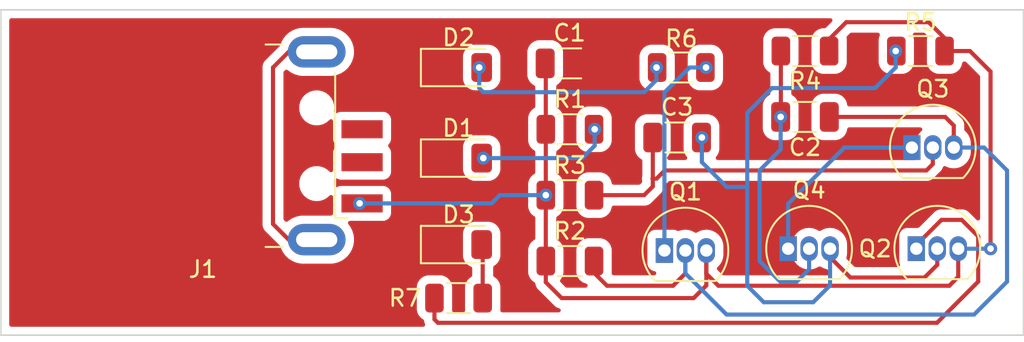
<source format=kicad_pcb>
(kicad_pcb (version 20211014) (generator pcbnew)
  (layers (0 "F.Cu" signal) (31 "B.Cu" signal) (34 "B.Paste" user) (35 "F.Paste" user) (36 "B.SilkS" user "B.Silkscreen") (37 "F.SilkS" user "F.Silkscreen") (38 "B.Mask" user) (39 "F.Mask" user) (44 "Edge.Cuts" user))
  (net 0 "")
  (net 1 "Net-(C1-Pad1)")
  (net 2 "GND")
  (net 3 "Net-(C2-Pad1)")
  (net 4 "Net-(C2-Pad2)")
  (net 5 "Net-(C3-Pad1)")
  (net 6 "Net-(C3-Pad2)")
  (net 7 "Net-(D1-Pad2)")
  (net 8 "Net-(D2-Pad2)")
  (net 9 "Net-(D3-Pad2)")
  (net 12 "unconnected-(J1-Pad5)")
  (net 13 "Net-(Q1-Pad1)")
  (net 14 "Net-(Q2-Pad1)")
  (footprint "Resistor_SMD:R_1206_3216Metric" (layer "F.Cu") (at 206.25 104 180)
    (fp_text reference "R6" (at 0 1.75) (layer "F.SilkS"))
    (fp_text value "1k")
    (fp_line (start -0.727064 -0.91) (end 0.727064 -0.91) (layer "F.SilkS") (width 0.12))
    (fp_line (start -0.727064 0.91) (end 0.727064 0.91) (layer "F.SilkS") (width 0.12))
    (pad "1" smd roundrect (at -1.4625 0 180) (size 1.125 1.75) (layers "F.Cu" "F.Paste" "F.Mask") (roundrect_rratio 0.2222222222) (net 13 "Net-(Q1-Pad1)"))
    (pad "2" smd roundrect (at 1.4625 0 180) (size 1.125 1.75) (layers "F.Cu" "F.Paste" "F.Mask") (roundrect_rratio 0.2222222222) (net 8 "Net-(D2-Pad2)"))
  )
  (footprint "Resistor_SMD:R_1206_3216Metric" (layer "F.Cu") (at 199.5 115.75)
    (fp_text reference "R2" (at 0 -1.82) (layer "F.SilkS"))
    (fp_text value "10k")
    (fp_line (start -0.727064 -0.91) (end 0.727064 -0.91) (layer "F.SilkS") (width 0.12))
    (fp_line (start -0.727064 0.91) (end 0.727064 0.91) (layer "F.SilkS") (width 0.12))
    (pad "1" smd roundrect (at -1.4625 0) (size 1.125 1.75) (layers "F.Cu" "F.Paste" "F.Mask") (roundrect_rratio 0.2222222222) (net 1 "Net-(C1-Pad1)"))
    (pad "2" smd roundrect (at 1.4625 0) (size 1.125 1.75) (layers "F.Cu" "F.Paste" "F.Mask") (roundrect_rratio 0.2222222222) (net 3 "Net-(C2-Pad1)"))
  )
  (footprint "Resistor_SMD:R_1206_3216Metric" (layer "F.Cu") (at 220.75 103 180)
    (fp_text reference "R5" (at 0 1.75) (layer "F.SilkS"))
    (fp_text value "10k")
    (fp_line (start -0.727064 -0.91) (end 0.727064 -0.91) (layer "F.SilkS") (width 0.12))
    (fp_line (start -0.727064 0.91) (end 0.727064 0.91) (layer "F.SilkS") (width 0.12))
    (pad "1" smd roundrect (at -1.4625 0 180) (size 1.125 1.75) (layers "F.Cu" "F.Paste" "F.Mask") (roundrect_rratio 0.2222222222) (net 1 "Net-(C1-Pad1)"))
    (pad "2" smd roundrect (at 1.4625 0 180) (size 1.125 1.75) (layers "F.Cu" "F.Paste" "F.Mask") (roundrect_rratio 0.2222222222) (net 6 "Net-(C3-Pad2)"))
  )
  (footprint "Resistor_SMD:R_1206_3216Metric" (layer "F.Cu") (at 213.75 103 180)
    (fp_text reference "R4" (at 0 -1.82) (layer "F.SilkS"))
    (fp_text value "100k")
    (fp_line (start -0.727064 -0.91) (end 0.727064 -0.91) (layer "F.SilkS") (width 0.12))
    (fp_line (start -0.727064 0.91) (end 0.727064 0.91) (layer "F.SilkS") (width 0.12))
    (pad "1" smd roundrect (at -1.4625 0 180) (size 1.125 1.75) (layers "F.Cu" "F.Paste" "F.Mask") (roundrect_rratio 0.2222222222) (net 1 "Net-(C1-Pad1)"))
    (pad "2" smd roundrect (at 1.4625 0 180) (size 1.125 1.75) (layers "F.Cu" "F.Paste" "F.Mask") (roundrect_rratio 0.2222222222) (net 4 "Net-(C2-Pad2)"))
  )
  (footprint "Resistor_SMD:R_1206_3216Metric" (layer "F.Cu") (at 192.75 118)
    (fp_text reference "R7" (at -3.25 0) (layer "F.SilkS"))
    (fp_text value "1k")
    (fp_line (start -0.727064 -0.91) (end 0.727064 -0.91) (layer "F.SilkS") (width 0.12))
    (fp_line (start -0.727064 0.91) (end 0.727064 0.91) (layer "F.SilkS") (width 0.12))
    (pad "1" smd roundrect (at -1.4625 0) (size 1.125 1.75) (layers "F.Cu" "F.Paste" "F.Mask") (roundrect_rratio 0.2222222222) (net 14 "Net-(Q2-Pad1)"))
    (pad "2" smd roundrect (at 1.4625 0) (size 1.125 1.75) (layers "F.Cu" "F.Paste" "F.Mask") (roundrect_rratio 0.2222222222) (net 9 "Net-(D3-Pad2)"))
  )
  (footprint "LED_SMD:LED_1206_3216Metric" (layer "F.Cu") (at 192.75 109.5)
    (fp_text reference "D1" (at 0 -1.82) (layer "F.SilkS"))
    (fp_text value "LED")
    (fp_line (start 1.6 -1.135) (end -2.285 -1.135) (layer "F.SilkS") (width 0.12))
    (fp_line (start -2.285 -1.135) (end -2.285 1.135) (layer "F.SilkS") (width 0.12))
    (fp_line (start -2.285 1.135) (end 1.6 1.135) (layer "F.SilkS") (width 0.12))
    (pad "1" smd roundrect (at -1.4 0) (size 1.25 1.75) (layers "F.Cu" "F.Paste" "F.Mask") (roundrect_rratio 0.2) (net 2 "GND"))
    (pad "2" smd roundrect (at 1.4 0) (size 1.25 1.75) (layers "F.Cu" "F.Paste" "F.Mask") (roundrect_rratio 0.2) (net 7 "Net-(D1-Pad2)"))
  )
  (footprint "LED_SMD:LED_1206_3216Metric" (layer "F.Cu") (at 192.75 104)
    (fp_text reference "D2" (at 0 -1.82) (layer "F.SilkS"))
    (fp_text value "LED")
    (fp_line (start -2.285 1.135) (end 1.6 1.135) (layer "F.SilkS") (width 0.12))
    (fp_line (start 1.6 -1.135) (end -2.285 -1.135) (layer "F.SilkS") (width 0.12))
    (fp_line (start -2.285 -1.135) (end -2.285 1.135) (layer "F.SilkS") (width 0.12))
    (pad "1" smd roundrect (at -1.4 0) (size 1.25 1.75) (layers "F.Cu" "F.Paste" "F.Mask") (roundrect_rratio 0.2) (net 2 "GND"))
    (pad "2" smd roundrect (at 1.4 0) (size 1.25 1.75) (layers "F.Cu" "F.Paste" "F.Mask") (roundrect_rratio 0.2) (net 8 "Net-(D2-Pad2)"))
  )
  (footprint "Resistor_SMD:R_1206_3216Metric" (layer "F.Cu") (at 199.5 111.75)
    (fp_text reference "R3" (at 0 -1.82) (layer "F.SilkS"))
    (fp_text value "100k")
    (fp_line (start -0.727064 0.91) (end 0.727064 0.91) (layer "F.SilkS") (width 0.12))
    (fp_line (start -0.727064 -0.91) (end 0.727064 -0.91) (layer "F.SilkS") (width 0.12))
    (pad "1" smd roundrect (at -1.4625 0) (size 1.125 1.75) (layers "F.Cu" "F.Paste" "F.Mask") (roundrect_rratio 0.2222222222) (net 1 "Net-(C1-Pad1)"))
    (pad "2" smd roundrect (at 1.4625 0) (size 1.125 1.75) (layers "F.Cu" "F.Paste" "F.Mask") (roundrect_rratio 0.2222222222) (net 5 "Net-(C3-Pad1)"))
  )
  (footprint "LED_SMD:LED_1206_3216Metric" (layer "F.Cu") (at 192.75 114.75)
    (fp_text reference "D3" (at 0 -1.82) (layer "F.SilkS"))
    (fp_text value "LED")
    (fp_line (start -2.285 -1.135) (end -2.285 1.135) (layer "F.SilkS") (width 0.12))
    (fp_line (start -2.285 1.135) (end 1.6 1.135) (layer "F.SilkS") (width 0.12))
    (fp_line (start 1.6 -1.135) (end -2.285 -1.135) (layer "F.SilkS") (width 0.12))
    (pad "1" smd roundrect (at -1.4 0) (size 1.25 1.75) (layers "F.Cu" "F.Paste" "F.Mask") (roundrect_rratio 0.2) (net 2 "GND"))
    (pad "2" smd roundrect (at 1.4 0) (size 1.25 1.75) (layers "F.Cu" "F.Paste" "F.Mask") (roundrect_rratio 0.2) (net 9 "Net-(D3-Pad2)"))
  )
  (footprint "Connector_USB:USB_A_CNCTech_1001-011-01101_Horizontal" (layer "F.Cu") (at 177.25 108.75 180)
    (fp_text reference "J1" (at 0 -7.5) (layer "F.SilkS"))
    (fp_text value "USB_A")
    (fp_line (start -4.85 -6.145) (end -3.8 -6.145) (layer "F.SilkS") (width 0.12))
    (fp_line (start -8.02 -4.4) (end -8.775 -4.4) (layer "F.SilkS") (width 0.12))
    (fp_line (start -8.02 -4.4) (end -8.02 4.4) (layer "F.SilkS") (width 0.12))
    (fp_line (start -4.85 6.145) (end -3.8 6.145) (layer "F.SilkS") (width 0.12))
    (pad "" np_thru_hole circle (at -6.9 -2.3 180) (size 1.1 1.1) (drill 1.1) (layers *.Cu *.Mask))
    (pad "" np_thru_hole circle (at -6.9 2.3 180) (size 1.1 1.1) (drill 1.1) (layers *.Cu *.Mask))
    (pad "1" smd rect (at -9.65 -3.5 180) (size 2.5 1.1) (layers "F.Cu" "F.Paste" "F.Mask") (net 1 "Net-(C1-Pad1)"))
    (pad "2" smd rect (at -9.65 -1 180) (size 2.5 1.1) (layers "F.Cu" "F.Paste" "F.Mask"))
    (pad "3" smd rect (at -9.65 1 180) (size 2.5 1.1) (layers "F.Cu" "F.Paste" "F.Mask"))
    (pad "4" smd rect (at -9.65 3.5 180) (size 2.5 1.1) (layers "F.Cu" "F.Paste" "F.Mask") (net 2 "GND"))
    (pad "5" thru_hole oval (at -6.9 -5.7 180) (size 3.5 1.9) (drill oval 2.5 0.9) (layers *.Cu *.Mask) (net 12 "unconnected-(J1-Pad5)"))
    (pad "5" thru_hole oval (at -6.9 5.7 180) (size 3.5 1.9) (drill oval 2.5 0.9) (layers *.Cu *.Mask) (net 12 "unconnected-(J1-Pad5)"))
  )
  (footprint "Package_TO_SOT_THT:TO-92_Inline" (layer "F.Cu") (at 220.23 108.86)
    (fp_text reference "Q3" (at 1.27 -3.56) (layer "F.SilkS"))
    (fp_text value "2N3904")
    (fp_line (start -0.53 1.85) (end 3.07 1.85) (layer "F.SilkS") (width 0.12))
    (fp_arc (start -0.568478 1.838478) (mid -1.132087 -0.994977) (end 1.27 -2.6) (layer "F.SilkS") (width 0.12))
    (fp_arc (start 1.27 -2.6) (mid 3.672087 -0.994977) (end 3.108478 1.838478) (layer "F.SilkS") (width 0.12))
    (pad "1" thru_hole rect (at 0 0) (size 1.05 1.5) (drill 0.75) (layers *.Cu *.Mask) (net 2 "GND"))
    (pad "2" thru_hole oval (at 1.27 0) (size 1.05 1.5) (drill 0.75) (layers *.Cu *.Mask) (net 5 "Net-(C3-Pad1)"))
    (pad "3" thru_hole oval (at 2.54 0) (size 1.05 1.5) (drill 0.75) (layers *.Cu *.Mask) (net 3 "Net-(C2-Pad1)"))
  )
  (footprint "Resistor_SMD:R_1206_3216Metric" (layer "F.Cu") (at 199.5 107.75)
    (fp_text reference "R1" (at 0 -1.82) (layer "F.SilkS"))
    (fp_text value "1k")
    (fp_line (start -0.727064 0.91) (end 0.727064 0.91) (layer "F.SilkS") (width 0.12))
    (fp_line (start -0.727064 -0.91) (end 0.727064 -0.91) (layer "F.SilkS") (width 0.12))
    (pad "1" smd roundrect (at -1.4625 0) (size 1.125 1.75) (layers "F.Cu" "F.Paste" "F.Mask") (roundrect_rratio 0.2222222222) (net 1 "Net-(C1-Pad1)"))
    (pad "2" smd roundrect (at 1.4625 0) (size 1.125 1.75) (layers "F.Cu" "F.Paste" "F.Mask") (roundrect_rratio 0.2222222222) (net 7 "Net-(D1-Pad2)"))
  )
  (footprint "Package_TO_SOT_THT:TO-92_Inline" (layer "F.Cu") (at 205.23 115.11)
    (fp_text reference "Q1" (at 1.27 -3.56) (layer "F.SilkS"))
    (fp_text value "2N3904")
    (fp_line (start -0.53 1.85) (end 3.07 1.85) (layer "F.SilkS") (width 0.12))
    (fp_arc (start -0.568478 1.838478) (mid -1.132087 -0.994977) (end 1.27 -2.6) (layer "F.SilkS") (width 0.12))
    (fp_arc (start 1.27 -2.6) (mid 3.672087 -0.994977) (end 3.108478 1.838478) (layer "F.SilkS") (width 0.12))
    (pad "1" thru_hole rect (at 0 0) (size 1.05 1.5) (drill 0.75) (layers *.Cu *.Mask) (net 13 "Net-(Q1-Pad1)"))
    (pad "2" thru_hole oval (at 1.27 0) (size 1.05 1.5) (drill 0.75) (layers *.Cu *.Mask) (net 3 "Net-(C2-Pad1)"))
    (pad "3" thru_hole oval (at 2.54 0) (size 1.05 1.5) (drill 0.75) (layers *.Cu *.Mask) (net 1 "Net-(C1-Pad1)"))
  )
  (footprint "Capacitor_SMD:C_1206_3216Metric" (layer "F.Cu") (at 206 108.25)
    (fp_text reference "C3" (at 0 -1.85) (layer "F.SilkS"))
    (fp_text value "10uF")
    (fp_line (start -0.711252 -0.91) (end 0.711252 -0.91) (layer "F.SilkS") (width 0.12))
    (fp_line (start -0.711252 0.91) (end 0.711252 0.91) (layer "F.SilkS") (width 0.12))
    (pad "1" smd roundrect (at -1.475 0) (size 1.15 1.8) (layers "F.Cu" "F.Paste" "F.Mask") (roundrect_rratio 0.2173913043) (net 5 "Net-(C3-Pad1)"))
    (pad "2" smd roundrect (at 1.475 0) (size 1.15 1.8) (layers "F.Cu" "F.Paste" "F.Mask") (roundrect_rratio 0.2173913043) (net 6 "Net-(C3-Pad2)"))
  )
  (footprint "Package_TO_SOT_THT:TO-92_Inline" (layer "F.Cu") (at 220.5 115)
    (fp_text reference "Q2" (at -2.5 0) (layer "F.SilkS"))
    (fp_text value "2N3904")
    (fp_line (start -0.53 1.85) (end 3.07 1.85) (layer "F.SilkS") (width 0.12))
    (fp_arc (start -0.568478 1.838478) (mid -1.132087 -0.994977) (end 1.27 -2.6) (layer "F.SilkS") (width 0.12))
    (fp_arc (start 1.27 -2.6) (mid 3.672087 -0.994977) (end 3.108478 1.838478) (layer "F.SilkS") (width 0.12))
    (pad "1" thru_hole rect (at 0 0) (size 1.05 1.5) (drill 0.75) (layers *.Cu *.Mask) (net 14 "Net-(Q2-Pad1)"))
    (pad "2" thru_hole oval (at 1.27 0) (size 1.05 1.5) (drill 0.75) (layers *.Cu *.Mask) (net 6 "Net-(C3-Pad2)"))
    (pad "3" thru_hole oval (at 2.54 0) (size 1.05 1.5) (drill 0.75) (layers *.Cu *.Mask) (net 1 "Net-(C1-Pad1)"))
  )
  (footprint "Capacitor_SMD:C_1206_3216Metric" (layer "F.Cu") (at 213.75 107 180)
    (fp_text reference "C2" (at 0 -1.85) (layer "F.SilkS"))
    (fp_text value "10uF")
    (fp_line (start -0.711252 -0.91) (end 0.711252 -0.91) (layer "F.SilkS") (width 0.12))
    (fp_line (start -0.711252 0.91) (end 0.711252 0.91) (layer "F.SilkS") (width 0.12))
    (pad "1" smd roundrect (at -1.475 0 180) (size 1.15 1.8) (layers "F.Cu" "F.Paste" "F.Mask") (roundrect_rratio 0.2173913043) (net 3 "Net-(C2-Pad1)"))
    (pad "2" smd roundrect (at 1.475 0 180) (size 1.15 1.8) (layers "F.Cu" "F.Paste" "F.Mask") (roundrect_rratio 0.2173913043) (net 4 "Net-(C2-Pad2)"))
  )
  (footprint "Package_TO_SOT_THT:TO-92_Inline" (layer "F.Cu") (at 212.73 115)
    (fp_text reference "Q4" (at 1.27 -3.56) (layer "F.SilkS"))
    (fp_text value "2N3904")
    (fp_line (start -0.53 1.85) (end 3.07 1.85) (layer "F.SilkS") (width 0.12))
    (fp_arc (start -0.568478 1.838478) (mid -1.132087 -0.994977) (end 1.27 -2.6) (layer "F.SilkS") (width 0.12))
    (fp_arc (start 1.27 -2.6) (mid 3.672087 -0.994977) (end 3.108478 1.838478) (layer "F.SilkS") (width 0.12))
    (pad "1" thru_hole rect (at 0 0) (size 1.05 1.5) (drill 0.75) (layers *.Cu *.Mask) (net 2 "GND"))
    (pad "2" thru_hole oval (at 1.27 0) (size 1.05 1.5) (drill 0.75) (layers *.Cu *.Mask) (net 4 "Net-(C2-Pad2)"))
    (pad "3" thru_hole oval (at 2.54 0) (size 1.05 1.5) (drill 0.75) (layers *.Cu *.Mask) (net 6 "Net-(C3-Pad2)"))
  )
  (footprint "Capacitor_SMD:C_1206_3216Metric" (layer "F.Cu") (at 199.475 103.75)
    (fp_text reference "C1" (at 0 -1.85) (layer "F.SilkS"))
    (fp_text value "10uF")
    (fp_line (start -0.711252 -0.91) (end 0.711252 -0.91) (layer "F.SilkS") (width 0.12))
    (fp_line (start -0.711252 0.91) (end 0.711252 0.91) (layer "F.SilkS") (width 0.12))
    (pad "1" smd roundrect (at -1.475 0) (size 1.15 1.8) (layers "F.Cu" "F.Paste" "F.Mask") (roundrect_rratio 0.2173913043) (net 1 "Net-(C1-Pad1)"))
    (pad "2" smd roundrect (at 1.475 0) (size 1.15 1.8) (layers "F.Cu" "F.Paste" "F.Mask") (roundrect_rratio 0.2173913043) (net 2 "GND"))
  )
  (gr_rect (start 165 100.5) (end 227 120.25) (layer "Edge.Cuts") (width 0.1) (fill none))
  (segment (start 216.25 101.25) (end 215.2125 102.2875) (width 0.25) (layer "F.Cu") (net 1))
  (segment (start 225 104.25) (end 223.75 103) (width 0.25) (layer "F.Cu") (net 1))
  (segment (start 207 118) (end 207.77 117.23) (width 0.25) (layer "F.Cu") (net 1))
  (segment (start 207.77 117.23) (end 207.77 115.11) (width 0.25) (layer "F.Cu") (net 1))
  (segment (start 221.25 101.25) (end 216.25 101.25) (width 0.25) (layer "F.Cu") (net 1))
  (segment (start 208.5 117.25) (end 222.5 117.25) (width 0.25) (layer "F.Cu") (net 1))
  (segment (start 222.5 117.25) (end 223.04 116.71) (width 0.25) (layer "F.Cu") (net 1))
  (segment (start 198.0375 115.75) (end 198.0375 117.0375) (width 0.25) (layer "F.Cu") (net 1))
  (segment (start 225 115) (end 225 104.25) (width 0.25) (layer "F.Cu") (net 1))
  (segment (start 198.0375 111.75) (end 198.0375 115.75) (width 0.25) (layer "F.Cu") (net 1))
  (segment (start 198 103.75) (end 198.0375 103.7875) (width 0.25) (layer "F.Cu") (net 1))
  (segment (start 222.2125 102.2125) (end 221.25 101.25) (width 0.25) (layer "F.Cu") (net 1))
  (segment (start 223.75 103) (end 222.2125 103) (width 0.25) (layer "F.Cu") (net 1))
  (segment (start 207.77 116.52) (end 208.5 117.25) (width 0.25) (layer "F.Cu") (net 1))
  (segment (start 198.0375 117.0375) (end 199 118) (width 0.25) (layer "F.Cu") (net 1))
  (segment (start 215.2125 102.2875) (end 215.2125 103) (width 0.25) (layer "F.Cu") (net 1))
  (segment (start 222.2125 103) (end 222.2125 102.2125) (width 0.25) (layer "F.Cu") (net 1))
  (segment (start 198.0375 107.75) (end 198.0375 111.75) (width 0.25) (layer "F.Cu") (net 1))
  (segment (start 199 118) (end 207 118) (width 0.25) (layer "F.Cu") (net 1))
  (segment (start 207.77 115.11) (end 207.77 116.52) (width 0.25) (layer "F.Cu") (net 1))
  (segment (start 223.04 116.71) (end 223.04 115) (width 0.25) (layer "F.Cu") (net 1))
  (segment (start 198.0375 103.7875) (end 198.0375 107.75) (width 0.25) (layer "F.Cu") (net 1))
  (via (at 198.0375 111.75) (size 0.8) (drill 0.4) (layers "F.Cu" "B.Cu") (net 1))
  (via (at 186.75 112.25) (size 0.8) (drill 0.4) (layers "F.Cu" "B.Cu") (net 1))
  (via (at 225 115) (size 0.8) (drill 0.4) (layers "F.Cu" "B.Cu") (net 1))
  (segment (start 223.04 115) (end 225 115) (width 0.25) (layer "B.Cu") (net 1))
  (segment (start 195.25 111.75) (end 198.0375 111.75) (width 0.25) (layer "B.Cu") (net 1))
  (segment (start 194.75 112.25) (end 195.25 111.75) (width 0.25) (layer "B.Cu") (net 1))
  (segment (start 186.75 112.25) (end 194.75 112.25) (width 0.25) (layer "B.Cu") (net 1))
  (segment (start 201 103.7) (end 200.95 103.75) (width 0.25) (layer "F.Cu") (net 2))
  (segment (start 201.75 105.75) (end 210.25 105.75) (width 0.25) (layer "F.Cu") (net 2))
  (segment (start 201 102.5) (end 201 103.7) (width 0.25) (layer "F.Cu") (net 2))
  (segment (start 200.25 101.75) (end 201 102.5) (width 0.25) (layer "F.Cu") (net 2))
  (segment (start 200.95 104.95) (end 201.75 105.75) (width 0.25) (layer "F.Cu") (net 2))
  (segment (start 186.9 105.25) (end 186.9 104.85) (width 0.25) (layer "F.Cu") (net 2))
  (segment (start 211.36 108.86) (end 220.23 108.86) (width 0.25) (layer "F.Cu") (net 2))
  (segment (start 191.35 102.65) (end 192.25 101.75) (width 0.25) (layer "F.Cu") (net 2))
  (segment (start 186.9 104.85) (end 187.75 104) (width 0.25) (layer "F.Cu") (net 2))
  (segment (start 187.75 104) (end 191.35 104) (width 0.25) (layer "F.Cu") (net 2))
  (segment (start 210.25 105.75) (end 210.75 106.25) (width 0.25) (layer "F.Cu") (net 2))
  (segment (start 192.25 101.75) (end 200.25 101.75) (width 0.25) (layer "F.Cu") (net 2))
  (segment (start 210.75 108.25) (end 211.36 108.86) (width 0.25) (layer "F.Cu") (net 2))
  (segment (start 191.35 104) (end 191.35 102.65) (width 0.25) (layer "F.Cu") (net 2))
  (segment (start 210.75 106.25) (end 210.75 108.25) (width 0.25) (layer "F.Cu") (net 2))
  (segment (start 200.95 103.75) (end 200.95 104.95) (width 0.25) (layer "F.Cu") (net 2))
  (segment (start 191.35 104) (end 191.35 114.75) (width 0.25) (layer "F.Cu") (net 2))
  (segment (start 220.23 108.86) (end 216.14 108.86) (width 0.25) (layer "B.Cu") (net 2))
  (segment (start 212.73 112.27) (end 212.73 115) (width 0.25) (layer "B.Cu") (net 2))
  (segment (start 216.14 108.86) (end 212.73 112.27) (width 0.25) (layer "B.Cu") (net 2))
  (segment (start 222.77 107.52) (end 222.77 108.86) (width 0.25) (layer "F.Cu") (net 3))
  (segment (start 206.5 116.5) (end 206.5 115.11) (width 0.25) (layer "F.Cu") (net 3))
  (segment (start 215.225 107) (end 222.25 107) (width 0.25) (layer "F.Cu") (net 3))
  (segment (start 205.75 117.25) (end 206.5 116.5) (width 0.25) (layer "F.Cu") (net 3))
  (segment (start 201.75 117.25) (end 205.75 117.25) (width 0.25) (layer "F.Cu") (net 3))
  (segment (start 222.25 107) (end 222.77 107.52) (width 0.25) (layer "F.Cu") (net 3))
  (segment (start 200.9625 115.75) (end 200.9625 116.4625) (width 0.25) (layer "F.Cu") (net 3))
  (segment (start 200.9625 116.4625) (end 201.75 117.25) (width 0.25) (layer "F.Cu") (net 3))
  (segment (start 224 119) (end 209 119) (width 0.25) (layer "B.Cu") (net 3))
  (segment (start 226 110.25) (end 226 117) (width 0.25) (layer "B.Cu") (net 3))
  (segment (start 209 119) (end 206.5 116.5) (width 0.25) (layer "B.Cu") (net 3))
  (segment (start 222.77 108.86) (end 224.61 108.86) (width 0.25) (layer "B.Cu") (net 3))
  (segment (start 224.61 108.86) (end 226 110.25) (width 0.25) (layer "B.Cu") (net 3))
  (segment (start 206.5 116.5) (end 206.5 115.11) (width 0.25) (layer "B.Cu") (net 3))
  (segment (start 226 117) (end 224 119) (width 0.25) (layer "B.Cu") (net 3))
  (segment (start 212.2875 106.9875) (end 212.275 107) (width 0.25) (layer "F.Cu") (net 4))
  (segment (start 212.2875 103) (end 212.2875 106.9875) (width 0.25) (layer "F.Cu") (net 4))
  (via (at 212.275 107) (size 0.8) (drill 0.4) (layers "F.Cu" "B.Cu") (net 4))
  (segment (start 211 110.25) (end 211 115.75) (width 0.25) (layer "B.Cu") (net 4))
  (segment (start 212.275 107) (end 212.275 108.975) (width 0.25) (layer "B.Cu") (net 4))
  (segment (start 213.25 117) (end 214 116.25) (width 0.25) (layer "B.Cu") (net 4))
  (segment (start 211 115.75) (end 212.25 117) (width 0.25) (layer "B.Cu") (net 4))
  (segment (start 212.25 117) (end 213.25 117) (width 0.25) (layer "B.Cu") (net 4))
  (segment (start 212.275 108.975) (end 211 110.25) (width 0.25) (layer "B.Cu") (net 4))
  (segment (start 214 116.25) (end 214 115) (width 0.25) (layer "B.Cu") (net 4))
  (segment (start 205.25 110.25) (end 204.75 110.75) (width 0.25) (layer "F.Cu") (net 5))
  (segment (start 204.75 110.75) (end 204.5 110.75) (width 0.25) (layer "F.Cu") (net 5))
  (segment (start 200.9625 111.75) (end 204 111.75) (width 0.25) (layer "F.Cu") (net 5))
  (segment (start 221.5 109.86) (end 221.11 110.25) (width 0.25) (layer "F.Cu") (net 5))
  (segment (start 204.525 111.225) (end 204.525 108.25) (width 0.25) (layer "F.Cu") (net 5))
  (segment (start 221.5 108.86) (end 221.5 109.86) (width 0.25) (layer "F.Cu") (net 5))
  (segment (start 204 111.75) (end 204.525 111.225) (width 0.25) (layer "F.Cu") (net 5))
  (segment (start 221.11 110.25) (end 205.25 110.25) (width 0.25) (layer "F.Cu") (net 5))
  (segment (start 221 116.75) (end 221.77 115.98) (width 0.25) (layer "F.Cu") (net 6))
  (segment (start 215.27 115.52) (end 216.5 116.75) (width 0.25) (layer "F.Cu") (net 6))
  (segment (start 216.5 116.75) (end 221 116.75) (width 0.25) (layer "F.Cu") (net 6))
  (segment (start 221.77 115.98) (end 221.77 115) (width 0.25) (layer "F.Cu") (net 6))
  (segment (start 215.27 115) (end 215.27 115.52) (width 0.25) (layer "F.Cu") (net 6))
  (via (at 219.25 103) (size 0.8) (drill 0.4) (layers "F.Cu" "B.Cu") (net 6))
  (via (at 207.5 108.25) (size 0.8) (drill 0.4) (layers "F.Cu" "B.Cu") (net 6))
  (segment (start 218 105.25) (end 211.75 105.25) (width 0.25) (layer "B.Cu") (net 6))
  (segment (start 207.5 109.75) (end 209 111.25) (width 0.25) (layer "B.Cu") (net 6))
  (segment (start 210.25 106.75) (end 210.25 111.25) (width 0.25) (layer "B.Cu") (net 6))
  (segment (start 210.25 111.25) (end 210.25 117.25) (width 0.25) (layer "B.Cu") (net 6))
  (segment (start 215.27 117.23) (end 215.27 115) (width 0.25) (layer "B.Cu") (net 6))
  (segment (start 211.75 105.25) (end 210.25 106.75) (width 0.25) (layer "B.Cu") (net 6))
  (segment (start 219.25 103) (end 219.25 104) (width 0.25) (layer "B.Cu") (net 6))
  (segment (start 207.5 108.25) (end 207.5 109.75) (width 0.25) (layer "B.Cu") (net 6))
  (segment (start 214.25 118.25) (end 215.27 117.23) (width 0.25) (layer "B.Cu") (net 6))
  (segment (start 211.25 118.25) (end 214.25 118.25) (width 0.25) (layer "B.Cu") (net 6))
  (segment (start 209 111.25) (end 210.25 111.25) (width 0.25) (layer "B.Cu") (net 6))
  (segment (start 210.25 117.25) (end 211.25 118.25) (width 0.25) (layer "B.Cu") (net 6))
  (segment (start 219.25 104) (end 218 105.25) (width 0.25) (layer "B.Cu") (net 6))
  (via (at 201 107.75) (size 0.8) (drill 0.4) (layers "F.Cu" "B.Cu") (net 7))
  (via (at 194.25 109.5) (size 0.8) (drill 0.4) (layers "F.Cu" "B.Cu") (net 7))
  (segment (start 200.25 109.5) (end 201 108.75) (width 0.25) (layer "B.Cu") (net 7))
  (segment (start 201 108.75) (end 201 107.75) (width 0.25) (layer "B.Cu") (net 7))
  (segment (start 194.25 109.5) (end 200.25 109.5) (width 0.25) (layer "B.Cu") (net 7))
  (via (at 194 104) (size 0.8) (drill 0.4) (layers "F.Cu" "B.Cu") (net 8))
  (via (at 204.75 104) (size 0.8) (drill 0.4) (layers "F.Cu" "B.Cu") (net 8))
  (segment (start 194.25 105.5) (end 204 105.5) (width 0.25) (layer "B.Cu") (net 8))
  (segment (start 194 104) (end 194 105.25) (width 0.25) (layer "B.Cu") (net 8))
  (segment (start 194 105.25) (end 194.25 105.5) (width 0.25) (layer "B.Cu") (net 8))
  (segment (start 204.75 104.75) (end 204.75 104) (width 0.25) (layer "B.Cu") (net 8))
  (segment (start 204 105.5) (end 204.75 104.75) (width 0.25) (layer "B.Cu") (net 8))
  (segment (start 194.2125 118) (end 194.2125 114.8125) (width 0.25) (layer "F.Cu") (net 9))
  (segment (start 194.2125 114.8125) (end 194.15 114.75) (width 0.25) (layer "F.Cu") (net 9))
  (segment (start 182.45 103.05) (end 181.5 104) (width 0.25) (layer "F.Cu") (net 12))
  (segment (start 181.5 104) (end 181.5 113.5) (width 0.25) (layer "F.Cu") (net 12))
  (segment (start 181.5 113.5) (end 182.45 114.45) (width 0.25) (layer "F.Cu") (net 12))
  (segment (start 182.45 114.45) (end 184.15 114.45) (width 0.25) (layer "F.Cu") (net 12))
  (segment (start 184.15 103.05) (end 182.45 103.05) (width 0.25) (layer "F.Cu") (net 12))
  (via (at 207.75 104) (size 0.8) (drill 0.4) (layers "F.Cu" "B.Cu") (net 13))
  (segment (start 207.75 104) (end 206.75 104) (width 0.25) (layer "B.Cu") (net 13))
  (segment (start 205.23 105.52) (end 205.23 115.11) (width 0.25) (layer "B.Cu") (net 13))
  (segment (start 206.75 104) (end 205.23 105.52) (width 0.25) (layer "B.Cu") (net 13))
  (segment (start 191.5 119.5) (end 221.75 119.5) (width 0.25) (layer "F.Cu") (net 14))
  (segment (start 222.025 113.25) (end 220.5 114.775) (width 0.25) (layer "F.Cu") (net 14))
  (segment (start 191.2875 119.2875) (end 191.5 119.5) (width 0.25) (layer "F.Cu") (net 14))
  (segment (start 191.2875 118) (end 191.2875 119.2875) (width 0.25) (layer "F.Cu") (net 14))
  (segment (start 224.25 117) (end 224.25 114.25) (width 0.25) (layer "F.Cu") (net 14))
  (segment (start 224.25 114.25) (end 223.25 113.25) (width 0.25) (layer "F.Cu") (net 14))
  (segment (start 220.5 114.775) (end 220.5 115) (width 0.25) (layer "F.Cu") (net 14))
  (segment (start 223.25 113.25) (end 222.025 113.25) (width 0.25) (layer "F.Cu") (net 14))
  (segment (start 221.75 119.5) (end 224.25 117) (width 0.25) (layer "F.Cu") (net 14))
  (zone (net 2) (net_name "GND") (layer "F.Cu") (connect_pads yes (clearance 0.508)) (min_thickness 0.254) (fill yes (thermal_gap 0.508) (thermal_bridge_width 0.508))
    (polygon (pts (xy 226.75 120) (xy 165.25 120) (xy 165.25 100.75) (xy 226.75 100.75)))
  )
)
</source>
